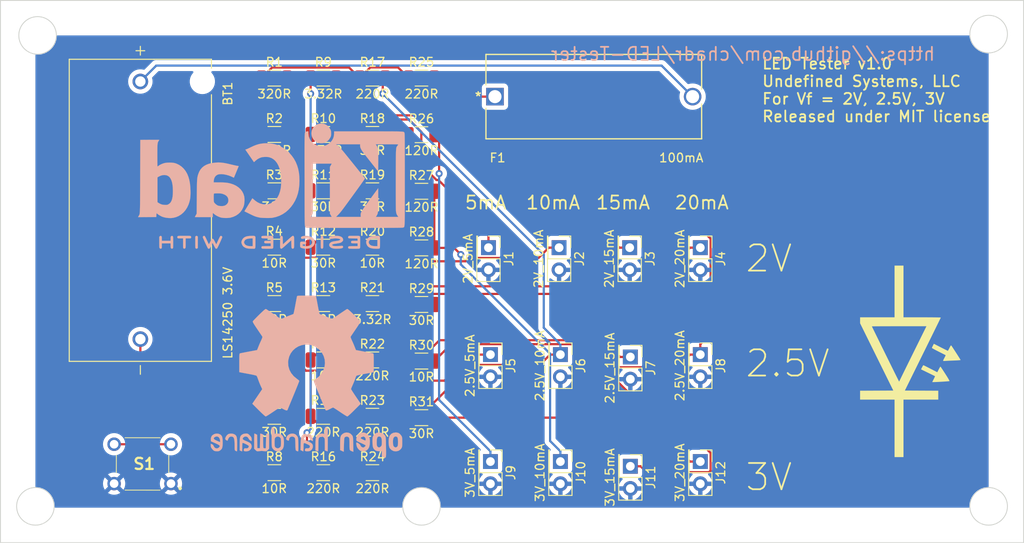
<source format=kicad_pcb>
(kicad_pcb (version 20221018) (generator pcbnew)
  (layers (0 "F.Cu" signal) (31 "B.Cu" signal) (34 "B.Paste" user) (35 "F.Paste" user) (36 "B.SilkS" user "B.Silkscreen") (37 "F.SilkS" user "F.Silkscreen") (38 "B.Mask" user) (39 "F.Mask" user) (44 "Edge.Cuts" user))
  (net 0 "")
  (net 1 "Net-(BT1-PadP)")
  (net 2 "Net-(S1-NO_1)")
  (net 3 "VCC")
  (net 4 "Net-(J1-Pin_1)")
  (net 5 "GND")
  (net 6 "Net-(J2-Pin_1)")
  (net 7 "Net-(J3-Pin_1)")
  (net 8 "Net-(J4-Pin_1)")
  (net 9 "Net-(J5-Pin_1)")
  (net 10 "Net-(J6-Pin_1)")
  (net 11 "Net-(J7-Pin_1)")
  (net 12 "Net-(J8-Pin_1)")
  (net 13 "Net-(J9-Pin_1)")
  (net 14 "Net-(J10-Pin_1)")
  (net 15 "Net-(J11-Pin_1)")
  (net 16 "Net-(J12-Pin_1)")
  (net 17 "Net-(R2-Pad2)")
  (net 18 "Net-(R3-Pad2)")
  (net 19 "Net-(R5-Pad2)")
  (net 20 "Net-(R6-Pad2)")
  (net 21 "Net-(R7-Pad2)")
  (net 22 "Net-(R8-Pad2)")
  (net 23 "Net-(R10-Pad1)")
  (net 24 "Net-(R11-Pad2)")
  (net 25 "Net-(R12-Pad2)")
  (net 26 "Net-(R13-Pad2)")
  (net 27 "Net-(R18-Pad2)")
  (net 28 "Net-(R19-Pad2)")
  (net 29 "Net-(R20-Pad2)")
  (net 30 "Net-(R29-Pad2)")
  (footprint "Connector_PinHeader_2.54mm:PinHeader_2x01_P2.54mm_Vertical" (layer "F.Cu") (at 153.03 85.27 -90)
    (fp_text reference "J4" (at 1.27 -2.33 90) (layer "F.SilkS"))
    (fp_text value "2V_20mA" (at 1.27 2.33 90) (layer "F.SilkS"))
    (pad "1" thru_hole rect (at 0 0 270) (size 1.7 1.7) (drill 1) (layers "*.Cu" "*.Mask") (net 8 "Net-(J4-Pin_1)"))
    (pad "2" thru_hole oval (at 2.54 0 270) (size 1.7 1.7) (drill 1) (layers "*.Cu" "*.Mask") (net 5 "GND"))
  )
  (footprint "Resistor_SMD:R_1206_3216Metric" (layer "F.Cu") (at 121.1475 98.2383)
    (fp_text reference "R30" (at 0 -1.82) (layer "F.SilkS"))
    (fp_text value "10R" (at 0 1.82) (layer "F.SilkS"))
    (pad "1" smd roundrect (at -1.4625 0) (size 1.125 1.75) (layers "F.Cu" "F.Paste" "F.Mask") (roundrect_rratio 0.2222222222) (net 30 "Net-(R29-Pad2)"))
    (pad "2" smd roundrect (at 1.4625 0) (size 1.125 1.75) (layers "F.Cu" "F.Paste" "F.Mask") (roundrect_rratio 0.2222222222) (net 15 "Net-(J11-Pin_1)"))
  )
  (footprint "Resistor_SMD:R_1206_3216Metric" (layer "F.Cu") (at 109.9275 98.1086)
    (fp_text reference "R14" (at 0 -1.82) (layer "F.SilkS"))
    (fp_text value "10R" (at 0 1.82) (layer "F.SilkS"))
    (pad "1" smd roundrect (at -1.4625 0) (size 1.125 1.75) (layers "F.Cu" "F.Paste" "F.Mask") (roundrect_rratio 0.2222222222) (net 26 "Net-(R13-Pad2)"))
    (pad "2" smd roundrect (at 1.4625 0) (size 1.125 1.75) (layers "F.Cu" "F.Paste" "F.Mask") (roundrect_rratio 0.2222222222) (net 8 "Net-(J4-Pin_1)"))
  )
  (footprint "Connector_PinHeader_2.54mm:PinHeader_2x01_P2.54mm_Vertical" (layer "F.Cu") (at 137.03 109.73 -90)
    (fp_text reference "J10" (at 1.27 -2.33 90) (layer "F.SilkS"))
    (fp_text value "3V_10mA" (at 1.27 2.33 90) (layer "F.SilkS"))
    (pad "1" thru_hole rect (at 0 0 270) (size 1.7 1.7) (drill 1) (layers "*.Cu" "*.Mask") (net 14 "Net-(J10-Pin_1)"))
    (pad "2" thru_hole oval (at 2.54 0 270) (size 1.7 1.7) (drill 1) (layers "*.Cu" "*.Mask") (net 5 "GND"))
  )
  (footprint "Resistor_SMD:R_1206_3216Metric" (layer "F.Cu") (at 104.3175 111)
    (fp_text reference "R8" (at 0 -1.82) (layer "F.SilkS"))
    (fp_text value "10R" (at 0 1.82) (layer "F.SilkS"))
    (pad "1" smd roundrect (at -1.4625 0) (size 1.125 1.75) (layers "F.Cu" "F.Paste" "F.Mask") (roundrect_rratio 0.2222222222) (net 21 "Net-(R7-Pad2)"))
    (pad "2" smd roundrect (at 1.4625 0) (size 1.125 1.75) (layers "F.Cu" "F.Paste" "F.Mask") (roundrect_rratio 0.2222222222) (net 22 "Net-(R8-Pad2)"))
  )
  (footprint "Resistor_SMD:R_1206_3216Metric" (layer "F.Cu") (at 115.5375 85.2171)
    (fp_text reference "R20" (at 0 -1.82) (layer "F.SilkS"))
    (fp_text value "10R" (at 0 1.82) (layer "F.SilkS"))
    (pad "1" smd roundrect (at -1.4625 0) (size 1.125 1.75) (layers "F.Cu" "F.Paste" "F.Mask") (roundrect_rratio 0.2222222222) (net 28 "Net-(R19-Pad2)"))
    (pad "2" smd roundrect (at 1.4625 0) (size 1.125 1.75) (layers "F.Cu" "F.Paste" "F.Mask") (roundrect_rratio 0.2222222222) (net 29 "Net-(R20-Pad2)"))
  )
  (footprint "Resistor_SMD:R_1206_3216Metric" (layer "F.Cu") (at 109.9275 111)
    (fp_text reference "R16" (at 0 -1.82) (layer "F.SilkS"))
    (fp_text value "220R" (at 0 1.82) (layer "F.SilkS"))
    (pad "1" smd roundrect (at -1.4625 0) (size 1.125 1.75) (layers "F.Cu" "F.Paste" "F.Mask") (roundrect_rratio 0.2222222222) (net 3 "VCC"))
    (pad "2" smd roundrect (at 1.4625 0) (size 1.125 1.75) (layers "F.Cu" "F.Paste" "F.Mask") (roundrect_rratio 0.2222222222) (net 10 "Net-(J6-Pin_1)"))
  )
  (footprint "Resistor_SMD:R_1206_3216Metric" (layer "F.Cu") (at 121.1475 65.88)
    (fp_text reference "R25" (at 0 -1.82) (layer "F.SilkS"))
    (fp_text value "220R" (at 0 1.82) (layer "F.SilkS"))
    (pad "1" smd roundrect (at -1.4625 0) (size 1.125 1.75) (layers "F.Cu" "F.Paste" "F.Mask") (roundrect_rratio 0.2222222222) (net 3 "VCC"))
    (pad "2" smd roundrect (at 1.4625 0) (size 1.125 1.75) (layers "F.Cu" "F.Paste" "F.Mask") (roundrect_rratio 0.2222222222) (net 12 "Net-(J8-Pin_1)"))
  )
  (footprint "Resistor_SMD:R_1206_3216Metric" (layer "F.Cu") (at 104.3175 98.1086)
    (fp_text reference "R6" (at 0 -1.82) (layer "F.SilkS"))
    (fp_text value "30R" (at 0 1.82) (layer "F.SilkS"))
    (pad "1" smd roundrect (at -1.4625 0) (size 1.125 1.75) (layers "F.Cu" "F.Paste" "F.Mask") (roundrect_rratio 0.2222222222) (net 19 "Net-(R5-Pad2)"))
    (pad "2" smd roundrect (at 1.4625 0) (size 1.125 1.75) (layers "F.Cu" "F.Paste" "F.Mask") (roundrect_rratio 0.2222222222) (net 20 "Net-(R6-Pad2)"))
  )
  (footprint "Connector_PinHeader_2.54mm:PinHeader_2x01_P2.54mm_Vertical" (layer "F.Cu") (at 136.88 85.27 -90)
    (fp_text reference "J2" (at 1.27 -2.33 90) (layer "F.SilkS"))
    (fp_text value "2V_10mA" (at 1.27 2.33 90) (layer "F.SilkS"))
    (pad "1" thru_hole rect (at 0 0 270) (size 1.7 1.7) (drill 1) (layers "*.Cu" "*.Mask") (net 6 "Net-(J2-Pin_1)"))
    (pad "2" thru_hole oval (at 2.54 0 270) (size 1.7 1.7) (drill 1) (layers "*.Cu" "*.Mask") (net 5 "GND"))
  )
  (footprint "Resistor_SMD:R_1206_3216Metric" (layer "F.Cu") (at 115.5375 98.1086)
    (fp_text reference "R22" (at 0 -1.82) (layer "F.SilkS"))
    (fp_text value "220R" (at 0 1.82) (layer "F.SilkS"))
    (pad "1" smd roundrect (at -1.4625 0) (size 1.125 1.75) (layers "F.Cu" "F.Paste" "F.Mask") (roundrect_rratio 0.2222222222) (net 3 "VCC"))
    (pad "2" smd roundrect (at 1.4625 0) (size 1.125 1.75) (layers "F.Cu" "F.Paste" "F.Mask") (roundrect_rratio 0.2222222222) (net 12 "Net-(J8-Pin_1)"))
  )
  (footprint "Resistor_SMD:R_1206_3216Metric" (layer "F.Cu") (at 115.5375 111)
    (fp_text reference "R24" (at 0 -1.82) (layer "F.SilkS"))
    (fp_text value "220R" (at 0 1.82) (layer "F.SilkS"))
    (pad "1" smd roundrect (at -1.4625 0) (size 1.125 1.75) (layers "F.Cu" "F.Paste" "F.Mask") (roundrect_rratio 0.2222222222) (net 3 "VCC"))
    (pad "2" smd roundrect (at 1.4625 0) (size 1.125 1.75) (layers "F.Cu" "F.Paste" "F.Mask") (roundrect_rratio 0.2222222222) (net 12 "Net-(J8-Pin_1)"))
  )
  (footprint "Connector_PinHeader_2.54mm:PinHeader_2x01_P2.54mm_Vertical" (layer "F.Cu") (at 129.03 109.73 -90)
    (fp_text reference "J9" (at 1.27 -2.33 90) (layer "F.SilkS"))
    (fp_text value "3V_5mA" (at 1.27 2.33 90) (layer "F.SilkS"))
    (pad "1" thru_hole rect (at 0 0 270) (size 1.7 1.7) (drill 1) (layers "*.Cu" "*.Mask") (net 13 "Net-(J9-Pin_1)"))
    (pad "2" thru_hole oval (at 2.54 0 270) (size 1.7 1.7) (drill 1) (layers "*.Cu" "*.Mask") (net 5 "GND"))
  )
  (footprint "Resistor_SMD:R_1206_3216Metric" (layer "F.Cu") (at 104.3175 85.2171)
    (fp_text reference "R4" (at 0 -1.82) (layer "F.SilkS"))
    (fp_text value "10R" (at 0 1.82) (layer "F.SilkS"))
    (pad "1" smd roundrect (at -1.4625 0) (size 1.125 1.75) (layers "F.Cu" "F.Paste" "F.Mask") (roundrect_rratio 0.2222222222) (net 18 "Net-(R3-Pad2)"))
    (pad "2" smd roundrect (at 1.4625 0) (size 1.125 1.75) (layers "F.Cu" "F.Paste" "F.Mask") (roundrect_rratio 0.2222222222) (net 6 "Net-(J2-Pin_1)"))
  )
  (footprint "Resistor_SMD:R_1206_3216Metric" (layer "F.Cu") (at 115.5375 91.6629)
    (fp_text reference "R21" (at 0 -1.82) (layer "F.SilkS"))
    (fp_text value "3.32R" (at 0 1.82) (layer "F.SilkS"))
    (pad "1" smd roundrect (at -1.4625 0) (size 1.125 1.75) (layers "F.Cu" "F.Paste" "F.Mask") (roundrect_rratio 0.2222222222) (net 29 "Net-(R20-Pad2)"))
    (pad "2" smd roundrect (at 1.4625 0) (size 1.125 1.75) (layers "F.Cu" "F.Paste" "F.Mask") (roundrect_rratio 0.2222222222) (net 11 "Net-(J7-Pin_1)"))
  )
  (footprint "Resistor_SMD:R_1206_3216Metric" (layer "F.Cu") (at 115.5375 72.3257)
    (fp_text reference "R18" (at 0 -1.82) (layer "F.SilkS"))
    (fp_text value "30R" (at 0 1.82) (layer "F.SilkS"))
    (pad "1" smd roundrect (at -1.4625 0) (size 1.125 1.75) (layers "F.Cu" "F.Paste" "F.Mask") (roundrect_rratio 0.2222222222) (net 3 "VCC"))
    (pad "2" smd roundrect (at 1.4625 0) (size 1.125 1.75) (layers "F.Cu" "F.Paste" "F.Mask") (roundrect_rratio 0.2222222222) (net 27 "Net-(R18-Pad2)"))
  )
  (footprint "Resistor_SMD:R_1206_3216Metric" (layer "F.Cu") (at 115.5375 78.7714)
    (fp_text reference "R19" (at 0 -1.82) (layer "F.SilkS"))
    (fp_text value "30R" (at 0 1.82) (layer "F.SilkS"))
    (pad "1" smd roundrect (at -1.4625 0) (size 1.125 1.75) (layers "F.Cu" "F.Paste" "F.Mask") (roundrect_rratio 0.2222222222) (net 27 "Net-(R18-Pad2)"))
    (pad "2" smd roundrect (at 1.4625 0) (size 1.125 1.75) (layers "F.Cu" "F.Paste" "F.Mask") (roundrect_rratio 0.2222222222) (net 28 "Net-(R19-Pad2)"))
  )
  (footprint "Resistor_SMD:R_1206_3216Metric" (layer "F.Cu") (at 104.3175 78.7714)
    (fp_text reference "R3" (at 0 -1.82) (layer "F.SilkS"))
    (fp_text value "30R" (at 0 1.82) (layer "F.SilkS"))
    (pad "1" smd roundrect (at -1.4625 0) (size 1.125 1.75) (layers "F.Cu" "F.Paste" "F.Mask") (roundrect_rratio 0.2222222222) (net 17 "Net-(R2-Pad2)"))
    (pad "2" smd roundrect (at 1.4625 0) (size 1.125 1.75) (layers "F.Cu" "F.Paste" "F.Mask") (roundrect_rratio 0.2222222222) (net 18 "Net-(R3-Pad2)"))
  )
  (footprint "Resistor_SMD:R_1206_3216Metric" (layer "F.Cu") (at 121.1475 91.7667)
    (fp_text reference "R29" (at 0 -1.82) (layer "F.SilkS"))
    (fp_text value "30R" (at 0 1.82) (layer "F.SilkS"))
    (pad "1" smd roundrect (at -1.4625 0) (size 1.125 1.75) (layers "F.Cu" "F.Paste" "F.Mask") (roundrect_rratio 0.2222222222) (net 3 "VCC"))
    (pad "2" smd roundrect (at 1.4625 0) (size 1.125 1.75) (layers "F.Cu" "F.Paste" "F.Mask") (roundrect_rratio 0.2222222222) (net 30 "Net-(R29-Pad2)"))
  )
  (footprint "Resistor_SMD:R_1206_3216Metric" (layer "F.Cu") (at 115.5375 65.88)
    (fp_text reference "R17" (at 0 -1.82) (layer "F.SilkS"))
    (fp_text value "220R" (at 0 1.82) (layer "F.SilkS"))
    (pad "1" smd roundrect (at -1.4625 0) (size 1.125 1.75) (layers "F.Cu" "F.Paste" "F.Mask") (roundrect_rratio 0.2222222222) (net 3 "VCC"))
    (pad "2" smd roundrect (at 1.4625 0) (size 1.125 1.75) (layers "F.Cu" "F.Paste" "F.Mask") (roundrect_rratio 0.2222222222) (net 10 "Net-(J6-Pin_1)"))
  )
  (footprint "Connector_PinHeader_2.54mm:PinHeader_2x01_P2.54mm_Vertical" (layer "F.Cu") (at 129.03 97.5 -90)
    (fp_text reference "J5" (at 1.27 -2.33 90) (layer "F.SilkS"))
    (fp_text value "2.5V_5mA" (at 1.27 2.33 90) (layer "F.SilkS"))
    (pad "1" thru_hole rect (at 0 0 270) (size 1.7 1.7) (drill 1) (layers "*.Cu" "*.Mask") (net 9 "Net-(J5-Pin_1)"))
    (pad "2" thru_hole oval (at 2.54 0 270) (size 1.7 1.7) (drill 1) (layers "*.Cu" "*.Mask") (net 5 "GND"))
  )
  (footprint "Resistor_SMD:R_1206_3216Metric" (layer "F.Cu") (at 109.9275 85.2171)
    (fp_text reference "R12" (at 0 -1.82) (layer "F.SilkS"))
    (fp_text value "30R" (at 0 1.82) (layer "F.SilkS"))
    (pad "1" smd roundrect (at -1.4625 0) (size 1.125 1.75) (layers "F.Cu" "F.Paste" "F.Mask") (roundrect_rratio 0.2222222222) (net 24 "Net-(R11-Pad2)"))
    (pad "2" smd roundrect (at 1.4625 0) (size 1.125 1.75) (layers "F.Cu" "F.Paste" "F.Mask") (roundrect_rratio 0.2222222222) (net 25 "Net-(R12-Pad2)"))
  )
  (footprint "Connector_PinHeader_2.54mm:PinHeader_2x01_P2.54mm_Vertical" (layer "F.Cu") (at 137.03 97.5 -90)
    (fp_text reference "J6" (at 1.27 -2.33 90) (layer "F.SilkS"))
    (fp_text value "2.5V_10mA" (at 1.27 2.33 90) (layer "F.SilkS"))
    (pad "1" thru_hole rect (at 0 0 270) (size 1.7 1.7) (drill 1) (layers "*.Cu" "*.Mask") (net 10 "Net-(J6-Pin_1)"))
    (pad "2" thru_hole oval (at 2.54 0 270) (size 1.7 1.7) (drill 1) (layers "*.Cu" "*.Mask") (net 5 "GND"))
  )
  (footprint "Resistor_SMD:R_1206_3216Metric" (layer "F.Cu") (at 109.9275 78.7714)
    (fp_text reference "R11" (at 0 -1.82) (layer "F.SilkS"))
    (fp_text value "30R" (at 0 1.82) (layer "F.SilkS"))
    (pad "1" smd roundrect (at -1.4625 0) (size 1.125 1.75) (layers "F.Cu" "F.Paste" "F.Mask") (roundrect_rratio 0.2222222222) (net 3 "VCC"))
    (pad "2" smd roundrect (at 1.4625 0) (size 1.125 1.75) (layers "F.Cu" "F.Paste" "F.Mask") (roundrect_rratio 0.2222222222) (net 24 "Net-(R11-Pad2)"))
  )
  (footprint "Resistor_SMD:R_1206_3216Metric" (layer "F.Cu") (at 104.3175 104.5543)
    (fp_text reference "R7" (at 0 -1.82) (layer "F.SilkS"))
    (fp_text value "30R" (at 0 1.82) (layer "F.SilkS"))
    (pad "1" smd roundrect (at -1.4625 0) (size 1.125 1.75) (layers "F.Cu" "F.Paste" "F.Mask") (roundrect_rratio 0.2222222222) (net 20 "Net-(R6-Pad2)"))
    (pad "2" smd roundrect (at 1.4625 0) (size 1.125 1.75) (layers "F.Cu" "F.Paste" "F.Mask") (roundrect_rratio 0.2222222222) (net 21 "Net-(R7-Pad2)"))
  )
  (footprint "Connector_PinHeader_2.54mm:PinHeader_2x01_P2.54mm_Vertical" (layer "F.Cu") (at 144.955 85.27 -90)
    (fp_text reference "J3" (at 1.27 -2.33 90) (layer "F.SilkS"))
    (fp_text value "2V_15mA" (at 1.27 2.33 90) (layer "F.SilkS"))
    (pad "1" thru_hole rect (at 0 0 270) (size 1.7 1.7) (drill 1) (layers "*.Cu" "*.Mask") (net 7 "Net-(J3-Pin_1)"))
    (pad "2" thru_hole oval (at 2.54 0 270) (size 1.7 1.7) (drill 1) (layers "*.Cu" "*.Mask") (net 5 "GND"))
  )
  (footprint "Resistor_SMD:R_1206_3216Metric" (layer "F.Cu") (at 121.1475 78.8233)
    (fp_text reference "R27" (at 0 -1.82) (layer "F.SilkS"))
    (fp_text value "120R" (at 0 1.82) (layer "F.SilkS"))
    (pad "1" smd roundrect (at -1.4625 0) (size 1.125 1.75) (layers "F.Cu" "F.Paste" "F.Mask") (roundrect_rratio 0.2222222222) (net 3 "VCC"))
    (pad "2" smd roundrect (at 1.4625 0) (size 1.125 1.75) (layers "F.Cu" "F.Paste" "F.Mask") (roundrect_rratio 0.2222222222) (net 14 "Net-(J10-Pin_1)"))
  )
  (footprint "Resistor_SMD:R_1206_3216Metric" (layer "F.Cu") (at 115.5375 104.5543)
    (fp_text reference "R23" (at 0 -1.82) (layer "F.SilkS"))
    (fp_text value "220R" (at 0 1.82) (layer "F.SilkS"))
    (pad "1" smd roundrect (at -1.4625 0) (size 1.125 1.75) (layers "F.Cu" "F.Paste" "F.Mask") (roundrect_rratio 0.2222222222) (net 3 "VCC"))
    (pad "2" smd roundrect (at 1.4625 0) (size 1.125 1.75) (layers "F.Cu" "F.Paste" "F.Mask") (roundrect_rratio 0.2222222222) (net 12 "Net-(J8-Pin_1)"))
  )
  (footprint "Resistor_SMD:R_1206_3216Metric" (layer "F.Cu") (at 121.1475 104.71)
    (fp_text reference "R31" (at 0 -1.82) (layer "F.SilkS"))
    (fp_text value "30R" (at 0 1.82) (layer "F.SilkS"))
    (pad "1" smd roundrect (at -1.4625 0) (size 1.125 1.75) (layers "F.Cu" "F.Paste" "F.Mask") (roundrect_rratio 0.2222222222) (net 3 "VCC"))
    (pad "2" smd roundrect (at 1.4625 0) (size 1.125 1.75) (layers "F.Cu" "F.Paste" "F.Mask") (roundrect_rratio 0.2222222222) (net 16 "Net-(J12-Pin_1)"))
  )
  (footprint "Resistor_SMD:R_1206_3216Metric" (layer "F.Cu") (at 104.3175 72.3257)
    (fp_text reference "R2" (at 0 -1.82) (layer "F.SilkS"))
    (fp_text value "120R" (at 0 1.82) (layer "F.SilkS"))
    (pad "1" smd roundrect (at -1.4625 0) (size 1.125 1.75) (layers "F.Cu" "F.Paste" "F.Mask") (roundrect_rratio 0.2222222222) (net 3 "VCC"))
    (pad "2" smd roundrect (at 1.4625 0) (size 1.125 1.75) (layers "F.Cu" "F.Paste" "F.Mask") (roundrect_rratio 0.2222222222) (net 17 "Net-(R2-Pad2)"))
  )
  (footprint "Resistor_SMD:R_1206_3216Metric" (layer "F.Cu") (at 121.1475 72.3517)
    (fp_text reference "R26" (at 0 -1.82) (layer "F.SilkS"))
    (fp_text value "120R" (at 0 1.82) (layer "F.SilkS"))
    (pad "1" smd roundrect (at -1.4625 0) (size 1.125 1.75) (layers "F.Cu" "F.Paste" "F.Mask") (roundrect_rratio 0.2222222222) (net 3 "VCC"))
    (pad "2" smd roundrect (at 1.4625 0) (size 1.125 1.75) (layers "F.Cu" "F.Paste" "F.Mask") (roundrect_rratio 0.2222222222) (net 13 "Net-(J9-Pin_1)"))
  )
  (footprint "Resistor_SMD:R_1206_3216Metric" (layer "F.Cu") (at 109.9275 72.3257)
    (fp_text reference "R10" (at 0 -1.82) (layer "F.SilkS"))
    (fp_text value "3.32R" (at 0 1.82) (layer "F.SilkS"))
    (pad "1" smd roundrect (at -1.4625 0) (size 1.125 1.75) (layers "F.Cu" "F.Paste" "F.Mask") (roundrect_rratio 0.2222222222) (net 23 "Net-(R10-Pad1)"))
    (pad "2" smd roundrect (at 1.4625 0) (size 1.125 1.75) (layers "F.Cu" "F.Paste" "F.Mask") (roundrect_rratio 0.2222222222) (net 7 "Net-(J3-Pin_1)"))
  )
  (footprint "footprints:FUSE_0PTF0078P_LTF" (layer "F.Cu") (at 129.55 68)
    (fp_text reference "F1" (at 0.3 7 unlocked) (layer "F.SilkS"))
    (fp_text value "100mA" (at 21.3 7 unlocked) (layer "F.SilkS"))
    (fp_text user "*" (at -1.9207 0 unlocked) (layer "F.SilkS"))
    (fp_text user "*" (at -1.9207 0) (layer "F.SilkS"))
    (pad "1" thru_hole rect (at 0 0) (size 2.0066 2.0066) (drill 1.4986) (layers "*.Cu" "*.Mask") (net 3 "VCC"))
    (pad "2" thru_hole circle (at 22.6 0) (size 2.0066 2.0066) (drill 1.4986) (layers "*.Cu" "*.Mask") (net 1 "Net-(BT1-PadP)"))
  )
  (footprint "KiCad:FSM6JH" (layer "F.Cu") (at 92.5 112.25)
    (fp_text reference "S1" (at -3.06 -2.25) (layer "F.SilkS") (effects (font (size 1.27 1.27) (thickness 0.254))))
    (fp_text value "Test" hide)
    (pad "1" thru_hole circle (at 0 0) (size 1.54 1.54) (drill 0.99) (layers "*.Cu" "*.Mask") (net 5 "GND"))
    (pad "2" thru_hole circle (at -6.5 0) (size 1.54 1.54) (drill 0.99) (layers "*.Cu" "*.Mask") (net 5 "GND"))
    (pad "3" thru_hole circle (at 0 -4.5) (size 1.54 1.54) (drill 0.99) (layers "*.Cu" "*.Mask") (net 2 "Net-(S1-NO_1)"))
    (pad "4" thru_hole circle (at -6.5 -4.5) (size 1.54 1.54) (drill 0.99) (layers "*.Cu" "*.Mask") (net 2 "Net-(S1-NO_1)"))
  )
  (footprint "Resistor_SMD:R_1206_3216Metric" (layer "F.Cu") (at 104.3175 91.6629)
    (fp_text reference "R5" (at 0 -1.82) (layer "F.SilkS"))
    (fp_text value "30R" (at 0 1.82) (layer "F.SilkS"))
    (pad "1" smd roundrect (at -1.4625 0) (size 1.125 1.75) (layers "F.Cu" "F.Paste" "F.Mask") (roundrect_rratio 0.2222222222) (net 3 "VCC"))
    (pad "2" smd roundrect (at 1.4625 0) (size 1.125 1.75) (layers "F.Cu" "F.Paste" "F.Mask") (roundrect_rratio 0.2222222222) (net 19 "Net-(R5-Pad2)"))
  )
  (footprint "Connector_PinHeader_2.54mm:PinHeader_2x01_P2.54mm_Vertical" (layer "F.Cu") (at 153.03 97.5 -90)
    (fp_text reference "J8" (at 1.27 -2.33 90) (layer "F.SilkS"))
    (fp_text value "2.5V_20mA" (at 1.27 2.33 90) (layer "F.SilkS"))
    (pad "1" thru_hole rect (at 0 0 270) (size 1.7 1.7) (drill 1) (layers "*.Cu" "*.Mask") (net 12 "Net-(J8-Pin_1)"))
    (pad "2" thru_hole oval (at 2.54 0 270) (size 1.7 1.7) (drill 1) (layers "*.Cu" "*.Mask") (net 5 "GND"))
  )
  (footprint "Connector_PinHeader_2.54mm:PinHeader_2x01_P2.54mm_Vertical" (layer "F.Cu") (at 128.805 85.27 -90)
    (fp_text reference "J1" (at 1.27 -2.33 90) (layer "F.SilkS"))
    (fp_text value "2V_5mA" (at 1.27 2.33 90) (layer "F.SilkS"))
    (pad "1" thru_hole rect (at 0 0 270) (size 1.7 1.7) (drill 1) (layers "*.Cu" "*.Mask") (net 4 "Net-(J1-Pin_1)"))
    (pad "2" thru_hole oval (at 2.54 0 270) (size 1.7 1.7) (drill 1) (layers "*.Cu" "*.Mask") (net 5 "GND"))
  )
  (footprint "Resistor_SMD:R_1206_3216Metric" (layer "F.Cu") (at 109.9275 104.5543)
    (fp_text reference "R15" (at 0 -1.82) (layer "F.SilkS"))
    (fp_text value "220R" (at 0 1.82) (layer "F.SilkS"))
    (pad "1" smd roundrect (at -1.4625 0) (size 1.125 1.75) (layers "F.Cu" "F.Paste" "F.Mask") (roundrect_rratio 0.2222222222) (net 3 "VCC"))
    (pad "2" smd roundrect (at 1.4625 0) (size 1.125 1.75) (layers "F.Cu" "F.Paste" "F.Mask") (roundrect_rratio 0.2222222222) (net 9 "Net-(J5-Pin_1)"))
  )
  (footprint "LOGO" (layer "F.Cu") (at 177.03 98.27)
    (fp_text reference "G***" hide)
    (fp_text value "LOGO" hide)
  )
  (footprint "Connector_PinHeader_2.54mm:PinHeader_2x01_P2.54mm_Vertical" (layer "F.Cu") (at 153.03 109.73 -90)
    (fp_text reference "J12" (at 1.27 -2.33 90) (layer "F.SilkS"))
    (fp_text value "3V_20mA" (at 1.27 2.33 90) (layer "F.SilkS"))
    (pad "1" thru_hole rect (at 0 0 270) (size 1.7 1.7) (drill 1) (layers "*.Cu" "*.Mask") (net 16 "Net-(J12-Pin_1)"))
    (pad "2" thru_hole oval (at 2.54 0 270) (size 1.7 1.7) (drill 1) (layers "*.Cu" "*.Mask") (net 5 "GND"))
  )
  (footprint "Connector_PinHeader_2.54mm:PinHeader_2x01_P2.54mm_Vertical" (layer "F.Cu") (at 145.03 97.77 -90)
    (fp_text reference "J7" (at 1.27 -2.33 90) (layer "F.SilkS"))
    (fp_text value "2.5V_15mA" (at 1.27 2.33 90) (layer "F.SilkS"))
    (pad "1" thru_hole rect (at 0 0 270) (size 1.7 1.7) (drill 1) (layers "*.Cu" "*.Mask") (net 11 "Net-(J7-Pin_1)"))
    (pad "2" thru_hole oval (at 2.54 0 270) (size 1.7 1.7) (drill 1) (layers "*.Cu" "*.Mask") (net 5 "GND"))
  )
  (footprint "Resistor_SMD:R_1206_3216Metric" (layer "F.Cu") (at 109.9275 65.88)
    (fp_text reference "R9" (at 0 -1.82) (layer "F.SilkS"))
    (fp_text value "3.32R" (at 0 1.82) (layer "F.SilkS"))
    (pad "1" smd roundrect (at -1.4625 0) (size 1.125 1.75) (layers "F.Cu" "F.Paste" "F.Mask") (roundrect_rratio 0.2222222222) (net 22 "Net-(R8-Pad2)"))
    (pad "2" smd roundrect (at 1.4625 0) (size 1.125 1.75) (layers "F.Cu" "F.Paste" "F.Mask") (roundrect_rratio 0.2222222222) (net 23 "Net-(R10-Pad1)"))
  )
  (footprint "Resistor_SMD:R_1206_3216Metric" (layer "F.Cu") (at 104.3175 65.88)
    (fp_text reference "R1" (at 0 -1.82) (layer "F.SilkS"))
    (fp_text value "320R" (at 0 1.82) (layer "F.SilkS"))
    (pad "1" smd roundrect (at -1.4625 0) (size 1.125 1.75) (layers "F.Cu" "F.Paste" "F.Mask") (roundrect_rratio 0.2222222222) (net 3 "VCC"))
    (pad "2" smd roundrect (at 1.4625 0) (size 1.125 1.75) (layers "F.Cu" "F.Paste" "F.Mask") (roundrect_rratio 0.2222222222) (net 4 "Net-(J1-Pin_1)"))
  )
  (footprint "Resistor_SMD:R_1206_3216Metric" (layer "F.Cu") (at 121.1475 85.295)
    (fp_text reference "R28" (at 0 -1.82) (layer "F.SilkS"))
    (fp_text value "120R" (at 0 1.82) (layer "F.SilkS"))
    (pad "1" smd roundrect (at -1.4625 0) (size 1.125 1.75) (layers "F.Cu" "F.Paste" "F.Mask") (roundrect_rratio 0.2222222222) (net 3 "VCC"))
    (pad "2" smd roundrect (at 1.4625 0) (size 1.125 1.75) (layers "F.Cu" "F.Paste" "F.Mask") (roundrect_rratio 0.2222222222) (net 14 "Net-(J10-Pin_1)"))
  )
  (footprint "Resistor_SMD:R_1206_3216Metric" (layer "F.Cu") (at 109.9275 91.6629)
    (fp_text reference "R13" (at 0 -1.82) (layer "F.SilkS"))
    (fp_text value "10R" (at 0 1.82) (layer "F.SilkS"))
    (pad "1" smd roundrect (at -1.4625 0) (size 1.125 1.75) (layers "F.Cu" "F.Paste" "F.Mask") (roundrect_rratio 0.2222222222) (net 25 "Net-(R12-Pad2)"))
    (pad "2" smd roundrect (at 1.4625 0) (size 1.125 1.75) (layers "F.Cu" "F.Paste" "F.Mask") (roundrect_rratio 0.2222222222) (net 26 "Net-(R13-Pad2)"))
  )
  (footprint "Connector_PinHeader_2.54mm:PinHeader_2x01_P2.54mm_Vertical" (layer "F.Cu") (at 145.03 110.27 -90)
    (fp_text reference "J11" (at 1.27 -2.33 90) (layer "F.SilkS"))
    (fp_text value "3V_15mA" (at 1.27 2.33 90) (layer "F.SilkS"))
    (pad "1" thru_hole rect (at 0 0 270) (size 1.7 1.7) (drill 1) (layers "*.Cu" "*.Mask") (net 15 "Net-(J11-Pin_1)"))
    (pad "2" thru_hole oval (at 2.54 0 270) (size 1.7 1.7) (drill 1) (layers "*.Cu" "*.Mask") (net 5 "GND"))
  )
  (footprint "108 Battery Holder:BAT_108" (layer "F.Cu") (at 89 81 -90)
    (fp_text reference "BT1" (at -13.335 -10 90) (layer "F.SilkS"))
    (fp_text value "LS14250 3.6V" (at 11.73 -10 90) (layer "F.SilkS"))
    (pad "" np_thru_hole circle (at -14.73 -7.09 270) (size 2.38 2.38) (drill 2.38) (layers "*.Cu" "*.Mask"))
    (pad "N" thru_hole circle (at 14.73 0 270) (size 1.785 1.785) (drill 1.19) (layers "*.Cu" "*.Mask") (net 2 "Net-(S1-NO_1)"))
    (pad "P" thru_hole circle (at -14.73 0 270) (size 1.785 1.785) (drill 1.19) (layers "*.Cu" "*.Mask") (net 1 "Net-(BT1-PadP)"))
  )
  (footprint "Symbol:KiCad-Logo2_12mm_SilkScreen" (layer "B.Cu") (at 104 77 180)
    (fp_text reference "Logo1" hide)
    (fp_text value "KiCad-Logo2_12mm_SilkScreen" hide)
  )
  (footprint "Symbol:OSHW-Logo2_24.3x20mm_SilkScreen" (layer "B.Cu") (at 108 100 180)
    (fp_text reference "Logo2" hide)
    (fp_text value "OSHW-Logo2_24.3x20mm_SilkScreen" hide)
  )
  (gr_circle (center 77.25 61) (end 79.4 61) (stroke (width 0.1)) (fill none) (layer "Edge.Cuts"))
  (gr_circle (center 121.15 114.85) (end 123.3 114.85) (stroke (width 0.1)) (fill none) (layer "Edge.Cuts"))
  (gr_circle (center 186 114.85) (end 188.15 114.85) (stroke (width 0.1)) (fill none) (layer "Edge.Cuts"))
  (gr_rect (start 73 57) (end 190 119) (stroke (width 0.1)) (fill none) (layer "Edge.Cuts"))
  (gr_circle (center 186 60.85) (end 188.15 60.85) (stroke (width 0.1)) (fill none) (layer "Edge.Cuts"))
  (gr_circle (center 77 114.85) (end 79.15 114.85) (stroke (width 0.1)) (fill none) (layer "Edge.Cuts"))
  (gr_text "https://github.com/chadr/LED-Tester" (at 180 64) (layer "B.SilkS") (effects (font (size 1.5 1.5) (thickness 0.2) bold) (justify left bottom mirror)))
  (gr_text "5mA" (at 126 81) (layer "F.SilkS") (effects (font (size 1.5 1.5) (thickness 0.2) bold) (justify left bottom)))
  (gr_text "2.5V" (at 158.03 100.27) (layer "F.SilkS") (effects (font (size 3 3) (thickness 0.2) bold) (justify left bottom)))
  (gr_text "2V" (at 158.03 88.27) (layer "F.SilkS") (effects (font (size 3 3) (thickness 0.2) bold) (justify left bottom)))
  (gr_text "10mA" (at 133 81) (layer "F.SilkS") (effects (font (size 1.5 1.5) (thickness 0.2) bold) (justify left bottom)))
  (gr_text "20mA" (at 150 81) (layer "F.SilkS") (effects (font (size 1.5 1.5) (thickness 0.2) bold) (justify left bottom)))
  (gr_text "3V" (at 158.03 113.27) (layer "F.SilkS") (effects (font (size 3 3) (thickness 0.2) bold) (justify left bottom)))
  (gr_text "LED Tester v1.0\nUndefined Systems, LLC\nFor Vf = 2V, 2.5V, 3V\nReleased under MIT license" (at 160 71) (layer "F.SilkS") (effects (font (size 1.25 1.25) (thickness 0.2) bold) (justify left bottom)))
  (gr_text "15mA" (at 141 81) (layer "F.SilkS") (effects (font (size 1.5 1.5) (thickness 0.2) bold) (justify left bottom)))
  (segment (start 90.8197 64.4503) (end 148.6003 64.4503) (width 0.25) (layer "B.Cu") (net 1))
  (segment (start 148.6003 64.4503) (end 152.15 68) (width 0.25) (layer "B.Cu") (net 1))
  (segment (start 89 66.27) (end 90.8197 64.4503) (width 0.25) (layer "B.Cu") (net 1))
  (segment (start 89 107.75) (end 92.5 107.75) (width 0.25) (layer "F.Cu") (net 2))
  (segment (start 89 95.73) (end 89 107.75) (width 0.25) (layer "F.Cu") (net 2))
  (segment (start 86 107.75) (end 89 107.75) (width 0.25) (layer "F.Cu") (net 2))
  (segment (start 121.805 68) (end 119.685 65.88) (width 0.25) (layer "F.Cu") (net 3))
  (segment (start 110.1572 106.2465) (end 110.1572 109.3078) (width 0.25) (layer "F.Cu") (net 3))
  (segment (start 119.685 91.7667) (end 114.075 97.3767) (width 0.25) (layer "F.Cu") (net 3))
  (segment (start 114.075 104.5543) (end 112.3828 106.2465) (width 0.25) (layer "F.Cu") (net 3))
  (segment (start 106.3333 71.104) (end 106.7039 71.4746) (width 0.25) (layer "F.Cu") (net 3))
  (segment (start 104.8395 82.3969) (end 104.8395 90.0883) (width 0.25) (layer "F.Cu") (net 3))
  (segment (start 108.465 99.3397) (end 112.8439 99.3397) (width 0.25) (layer "F.Cu") (net 3))
  (segment (start 119.685 78.8233) (end 119.685 85.295) (width 0.25) (layer "F.Cu") (net 3))
  (segment (start 105.9909 90.0883) (end 107.1422 91.2396) (width 0.25) (layer "F.Cu") (net 3))
  (segment (start 115.2836 103.3457) (end 114.075 104.5543) (width 0.25) (layer "F.Cu") (net 3))
  (segment (start 112.8673 64.6723) (end 104.0627 64.6723) (width 0.25) (layer "F.Cu") (net 3))
  (segment (start 104.4296 90.0883) (end 102.855 91.6629) (width 0.25) (layer "F.Cu") (net 3))
  (segment (start 112.8439 99.3397) (end 114.075 98.1086) (width 0.25) (layer "F.Cu") (net 3))
  (segment (start 119.685 72.3517) (end 119.685 78.8233) (width 0.25) (layer "F.Cu") (net 3))
  (segment (start 119.685 65.88) (end 118.4651 64.6601) (width 0.25) (layer "F.Cu") (net 3))
  (segment (start 112.3828 109.3078) (end 114.075 111) (width 0.25) (layer "F.Cu") (net 3))
  (segment (start 108.465 104.5543) (end 110.1572 106.2465) (width 0.25) (layer "F.Cu") (net 3))
  (segment (start 108.465 78.7714) (end 104.8395 82.3969) (width 0.25) (layer "F.Cu") (net 3))
  (segment (start 108.465 74.0001) (end 112.4006 74.0001) (width 0.25) (layer "F.Cu") (net 3))
  (segment (start 104.0627 64.6723) (end 102.855 65.88) (width 0.25) (layer "F.Cu") (net 3))
  (segment (start 118.3207 103.3457) (end 115.2836 103.3457) (width 0.25) (layer "F.Cu") (net 3))
  (segment (start 118.4296 71.0963) (end 119.685 72.3517) (width 0.25) (layer "F.Cu") (net 3))
  (segment (start 114.075 97.3767) (end 114.075 98.1086) (width 0.25) (layer "F.Cu") (net 3))
  (segment (start 106.7039 73.0209) (end 107.6831 74.0001) (width 0.25) (layer "F.Cu") (net 3))
  (segment (start 107.1422 91.2396) (end 107.1422 98.5441) (width 0.25) (layer "F.Cu") (net 3))
  (segment (start 102.855 65.88) (end 102.855 71.104) (width 0.25) (layer "F.Cu") (net 3))
  (segment (start 108.465 111) (end 110.1572 109.3078) (width 0.25) (layer "F.Cu") (net 3))
  (segment (start 115.3044 71.0963) (end 118.4296 71.0963) (width 0.25) (layer "F.Cu") (net 3))
  (segment (start 114.075 72.3257) (end 115.3044 71.0963) (width 0.25) (layer "F.Cu") (net 3))
  (segment (start 106.7039 71.4746) (end 106.7039 73.0209) (width 0.25) (layer "F.Cu") (net 3))
  (segment (start 119.685 104.71) (end 118.3207 103.3457) (width 0.25) (layer "F.Cu") (net 3))
  (segment (start 104.8395 90.0883) (end 105.9909 90.0883) (width 0.25) (layer "F.Cu") (net 3))
  (segment (start 112.3828 106.2465) (end 110.1572 106.2465) (width 0.25) (layer "F.Cu") (net 3))
  (segment (start 107.1422 98.5441) (end 107.9378 99.3397) (width 0.25) (layer "F.Cu") (net 3))
  (segment (start 108.465 104.5543) (end 108.465 99.3397) (width 0.25) (layer "F.Cu") (net 3))
  (segment (start 114.075 65.88) (end 112.8673 64.6723) (width 0.25) (layer "F.Cu") (net 3))
  (segment (start 118.4651 64.6601) (end 115.2949 64.6601) (width 0.25) (layer "F.Cu") (net 3))
  (segment (start 108.465 74.0001) (end 108.465 78.7714) (width 0.25) (layer "F.Cu") (net 3))
  (segment (start 115.2949 64.6601) (end 114.075 65.88) (width 0.25) (layer "F.Cu") (net 3))
  (segment (start 112.4006 74.0001) (end 114.075 72.3257) (width 0.25) (layer "F.Cu") (net 3))
  (segment (start 102.855 71.104) (end 102.855 72.3257) (width 0.25) (layer "F.Cu") (net 3))
  (segment (start 107.9378 99.3397) (end 108.465 99.3397) (width 0.25) (layer "F.Cu") (net 3))
  (segment (start 107.6831 74.0001) (end 108.465 74.0001) (width 0.25) (layer "F.Cu") (net 3))
  (segment (start 110.1572 109.3078) (end 112.3828 109.3078) (width 0.25) (layer "F.Cu") (net 3))
  (segment (start 104.8395 90.0883) (end 104.4296 90.0883) (width 0.25) (layer "F.Cu") (net 3))
  (segment (start 102.855 71.104) (end 106.3333 71.104) (width 0.25) (layer "F.Cu") (net 3))
  (segment (start 129.55 68) (end 121.805 68) (width 0.25) (layer "F.Cu") (net 3))
  (segment (start 123.082 77.5337) (end 122.86 77.5337) (width 0.25) (layer "F.Cu") (net 4))
  (segment (start 128.805 85.27) (end 128.805 83.2567) (width 0.25) (layer "F.Cu") (net 4))
  (segment (start 114.0281 70.618) (end 113.1508 71.4953) (width 0.25) (layer "F.Cu") (net 4))
  (segment (start 122.86 77.5337) (end 121.1265 75.8002) (width 0.25) (layer "F.Cu") (net 4))
  (segment (start 119.7171 70.618) (end 114.0281 70.618) (width 0.25) (layer "F.Cu") (net 4))
  (segment (start 107.1893 72.8268) (end 107.1893 67.2893) (width 0.25) (layer "F.Cu") (net 4))
  (segment (start 107.8954 73.5329) (end 107.1893 72.8268) (width 0.25) (layer "F.Cu") (net 4))
  (segment (start 121.1265 72.0274) (end 119.7171 70.618) (width 0.25) (layer "F.Cu") (net 4))
  (segment (start 128.805 83.2567) (end 123.082 77.5337) (width 0.25) (layer "F.Cu") (net 4))
  (segment (start 121.1265 75.8002) (end 121.1265 72.0274) (width 0.25) (layer "F.Cu") (net 4))
  (segment (start 107.1893 67.2893) (end 105.78 65.88) (width 0.25) (layer "F.Cu") (net 4))
  (segment (start 113.1508 71.4953) (end 113.1508 72.339) (width 0.25) (layer "F.Cu") (net 4))
  (segment (start 113.1508 72.339) (end 111.9569 73.5329) (width 0.25) (layer "F.Cu") (net 4))
  (segment (start 111.9569 73.5329) (end 107.8954 73.5329) (width 0.25) (layer "F.Cu") (net 4))
  (segment (start 134.5262 86.4469) (end 126.5536 86.4469) (width 0.25) (layer "F.Cu") (net 6))
  (segment (start 112.0197 83.9818) (end 110.8575 83.9818) (width 0.25) (layer "F.Cu") (net 6))
  (segment (start 117.553 84.0072) (end 116.3856 84.0072) (width 0.25) (layer "F.Cu") (net 6))
  (segment (start 116.3856 84.0072) (end 115.5375 84.8553) (width 0.25) (layer "F.Cu") (net 6))
  (segment (start 110.3458 85.1299) (end 109.0557 86.42) (width 0.25) (layer "F.Cu") (net 6))
  (segment (start 135.7031 85.27) (end 134.5262 86.4469) (width 0.25) (layer "F.Cu") (net 6))
  (segment (start 112.7325 84.6946) (end 112.0197 83.9818) (width 0.25) (layer "F.Cu") (net 6))
  (segment (start 115.5375 85.533) (end 114.6505 86.42) (width 0.25) (layer "F.Cu") (net 6))
  (segment (start 110.8575 83.9818) (end 110.3458 84.4935) (width 0.25) (layer "F.Cu") (net 6))
  (segment (start 119.3601 86.8263) (end 118.3036 85.7698) (width 0.25) (layer "F.Cu") (net 6))
  (segment (start 114.6505 86.42) (end 113.4882 86.42) (width 0.25) (layer "F.Cu") (net 6))
  (segment (start 109.0557 86.42) (end 106.9829 86.42) (width 0.25) (layer "F.Cu") (net 6))
  (segment (start 112.7325 85.6643) (end 112.7325 84.6946) (width 0.25) (layer "F.Cu") (net 6))
  (segment (start 113.4882 86.42) (end 112.7325 85.6643) (width 0.25) (layer "F.Cu") (net 6))
  (segment (start 110.3458 84.4935) (end 110.3458 85.1299) (width 0.25) (layer "F.Cu") (net 6))
  (segment (start 106.9829 86.42) (end 105.78 85.2171) (width 0.25) (layer "F.Cu") (net 6))
  (segment (start 136.88 85.27) (end 135.7031 85.27) (width 0.25) (layer "F.Cu") (net 6))
  (segment (start 118.3036 85.7698) (end 118.3036 84.7578) (width 0.25) (layer "F.Cu") (net 6))
  (segment (start 126.1742 86.8263) (end 119.3601 86.8263) (width 0.25) (layer "F.Cu") (net 6))
  (segment (start 115.5375 84.8553) (end 115.5375 85.533) (width 0.25) (layer "F.Cu") (net 6))
  (segment (start 118.3036 84.7578) (end 117.553 84.0072) (width 0.25) (layer "F.Cu") (net 6))
  (segment (start 126.5536 86.4469) (end 126.1742 86.8263) (width 0.25) (layer "F.Cu") (net 6))
  (segment (start 128.6483 70.1402) (end 113.5755 70.1402) (width 0.25) (layer "F.Cu") (net 7))
  (segment (start 113.5755 70.1402) (end 111.39 72.3257) (width 0.25) (layer "F.Cu") (net 7))
  (segment (start 143.7781 85.27) (end 128.6483 70.1402) (width 0.25) (layer "F.Cu") (net 7))
  (segment (start 144.955 85.27) (end 143.7781 85.27) (width 0.25) (layer "F.Cu") (net 7))
  (segment (start 115.6834 91.2077) (end 115.6834 93.8152) (width 0.25) (layer "F.Cu") (net 8))
  (segment (start 151.8531 85.27) (end 147.4359 89.6872) (width 0.25) (layer "F.Cu") (net 8))
  (segment (start 115.6834 93.8152) (end 111.39 98.1086) (width 0.25) (layer "F.Cu") (net 8))
  (segment (start 153.03 85.27) (end 151.8531 85.27) (width 0.25) (layer "F.Cu") (net 8))
  (segment (start 147.4359 89.6872) (end 117.2039 89.6872) (width 0.25) (layer "F.Cu") (net 8))
  (segment (start 117.2039 89.6872) (end 115.6834 91.2077) (width 0.25) (layer "F.Cu") (net 8))
  (segment (start 115.4659 100.4784) (end 123.7648 100.4784) (width 0.25) (layer "F.Cu") (net 9))
  (segment (start 123.7648 100.4784) (end 126.7432 97.5) (width 0.25) (layer "F.Cu") (net 9))
  (segment (start 111.39 104.5543) (end 115.4659 100.4784) (width 0.25) (layer "F.Cu") (net 9))
  (segment (start 126.7432 97.5) (end 129.03 97.5) (width 0.25) (layer "F.Cu") (net 9))
  (segment (start 121.4792 104.0711) (end 121.4792 108.3359) (width 0.25) (layer "F.Cu") (net 10))
  (segment (start 135.8531 97.5) (end 134.6762 98.6769) (width 0.25) (layer "F.Cu") (net 10))
  (segment (start 126.8734 98.6769) (end 121.4792 104.0711) (width 0.25) (layer "F.Cu") (net 10))
  (segment (start 116.7186 66.1614) (end 116.7186 67.6592) (width 0.25) (layer "F.Cu") (net 10))
  (segment (start 134.6762 98.6769) (end 126.8734 98.6769) (width 0.25) (layer "F.Cu") (net 10))
  (segment (start 121.4792 108.3359) (end 117.6046 112.2105) (width 0.25) (layer "F.Cu") (net 10))
  (segment (start 117 65.88) (end 116.7186 66.1614) (width 0.25) (layer "F.Cu") (net 10))
  (segment (start 117.6046 112.2105) (end 112.6005 112.2105) (width 0.25) (layer "F.Cu") (net 10))
  (segment (start 112.6005 112.2105) (end 111.39 111) (width 0.25) (layer "F.Cu") (net 10))
  (segment (start 137.03 97.5) (end 135.8531 97.5) (width 0.25) (layer "F.Cu") (net 10))
  (via (at 116.7186 67.6592) (size 0.8) (drill 0.4) (layers "F.Cu" "B.Cu") (net 10))
  (segment (start 135.1298 94.4229) (end 137.03 96.3231) (width 0.25) (layer "B.Cu") (net 10))
  (segment (start 137.03 97.5) (end 137.03 96.3231) (width 0.25) (layer "B.Cu") (net 10))
  (segment (start 135.1298 86.0704) (end 135.1298 94.4229) (width 0.25) (layer "B.Cu") (net 10))
  (segment (start 116.7186 67.6592) (end 135.1298 86.0704) (width 0.25) (layer "B.Cu") (net 10))
  (segment (start 145.03 97.77) (end 143.8531 97.77) (width 0.25) (layer "F.Cu") (net 11))
  (segment (start 136.6429 90.5598) (end 143.8531 97.77) (width 0.25) (layer "F.Cu") (net 11))
  (segment (start 117 91.6629) (end 118.1031 90.5598) (width 0.25) (layer "F.Cu") (net 11))
  (segment (start 118.1031 90.5598) (end 136.6429 90.5598) (width 0.25) (layer "F.Cu") (net 11))
  (segment (start 114.0355 102.8392) (end 112.3142 104.5605) (width 0.25) (layer "F.Cu") (net 12))
  (segment (start 139.8477 95.8538) (end 123.2047 95.8538) (width 0.25) (layer "F.Cu") (net 12))
  (segment (start 111.933 105.7659) (end 110.8463 105.7659) (width 0.25) (layer "F.Cu") (net 12))
  (segment (start 150.4019 98.9512) (end 142.9451 98.9512) (width 0.25) (layer "F.Cu") (net 12))
  (segment (start 123.2047 95.8538) (end 121.5658 97.4927) (width 0.25) (layer "F.Cu") (net 12))
  (segment (start 154.2069 95.1462) (end 153.03 96.3231) (width 0.25) (layer "F.Cu") (net 12))
  (segment (start 110.4974 103.6767) (end 116.0655 98.1086) (width 0.25) (layer "F.Cu") (net 12))
  (segment (start 142.9451 98.9512) (end 139.8477 95.8538) (width 0.25) (layer "F.Cu") (net 12))
  (segment (start 153.03 97.5) (end 151.8531 97.5) (width 0.25) (layer "F.Cu") (net 12))
  (segment (start 112.3142 105.3847) (end 111.933 105.7659) (width 0.25) (layer "F.Cu") (net 12))
  (segment (start 121.5658 97.4927) (end 121.5658 98.1121) (width 0.25) (layer "F.Cu") (net 12))
  (segment (start 120.5811 103.8378) (end 119.5825 102.8392) (width 0.25) (layer "F.Cu") (net 12))
  (segment (start 151.8531 97.5) (end 150.4019 98.9512) (width 0.25) (layer "F.Cu") (net 12))
  (segment (start 153.03 97.5) (end 153.03 96.3231) (width 0.25) (layer "F.Cu") (net 12))
  (segment (start 110.4974 105.417) (end 110.4974 103.6767) (width 0.25) (layer "F.Cu") (net 12))
  (segment (start 154.2069 84.2485) (end 154.2069 95.1462) (width 0.25) (layer "F.Cu") (net 12))
  (segment (start 117 104.5543) (end 117 105.9568) (width 0.25) (layer "F.Cu") (net 12))
  (segment (start 117 105.9568) (end 120.228 105.9568) (width 0.25) (layer "F.Cu") (net 12))
  (segment (start 121.5658 98.1121) (end 120.2333 99.4446) (width 0.25) (layer "F.Cu") (net 12))
  (segment (start 116.0655 98.1086) (end 117 98.1086) (width 0.25) (layer "F.Cu") (net 12))
  (segment (start 120.228 105.9568) (end 120.5811 105.6037) (width 0.25) (layer "F.Cu") (net 12))
  (segment (start 120.2333 99.4446) (end 118.336 99.4446) (width 0.25) (layer "F.Cu") (net 12))
  (segment (start 135.8384 65.88) (end 154.2069 84.2485) (width 0.25) (layer "F.Cu") (net 12))
  (segment (start 112.3142 104.5605) (end 112.3142 105.3847) (width 0.25) (layer "F.Cu") (net 12))
  (segment (start 117 105.9568) (end 117 111) (width 0.25) (layer "F.Cu") (net 12))
  (segment (start 119.5825 102.8392) (end 114.0355 102.8392) (width 0.25) (layer "F.Cu") (net 12))
  (segment (start 110.8463 105.7659) (end 110.4974 105.417) (width 0.25) (layer "F.Cu") (net 12))
  (segment (start 120.5811 105.6037) (end 120.5811 103.8378) (width 0.25) (layer "F.Cu") (net 12))
  (segment (start 118.336 99.4446) (end 117 98.1086) (width 0.25) (layer "F.Cu") (net 12))
  (segment (start 122.61 65.88) (end 135.8384 65.88) (width 0.25) (layer "F.Cu") (net 12))
  (segment (start 122.61 72.3517) (end 123.161 72.9027) (width 0.25) (layer "F.Cu") (net 13))
  (segment (start 123.161 72.9027) (end 123.161 76.7979) (width 0.25) (layer "F.Cu") (net 13))
  (via (at 123.161 76.7979) (size 0.8) (drill 0.4) (layers "F.Cu" "B.Cu") (net 13))
  (segment (start 129.03 108.5531) (end 123.161 102.6841) (width 0.25) (layer "B.Cu") (net 13))
  (segment (start 129.03 109.73) (end 129.03 108.5531) (width 0.25) (layer "B.Cu") (net 13))
  (segment (start 123.161 102.6841) (end 123.161 76.7979) (width 0.25) (layer "B.Cu") (net 13))
  (segment (start 124.8793 85.295) (end 125.6394 86.0551) (width 0.25) (layer "F.Cu") (net 14))
  (segment (start 122.61 85.295) (end 124.8793 85.295) (width 0.25) (layer "F.Cu") (net 14))
  (segment (start 122.61 85.295) (end 122.61 78.8233) (width 0.25) (layer "F.Cu") (net 14))
  (via (at 125.6394 86.0551) (size 0.8) (drill 0.4) (layers "F.Cu" "B.Cu") (net 14))
  (segment (start 125.6394 87.184) (end 135.8531 97.3977) (width 0.25) (layer "B.Cu") (net 14))
  (segment (start 125.6394 86.0551) (end 125.6394 87.184) (width 0.25) (layer "B.Cu") (net 14))
  (segment (start 135.8531 97.3977) (end 135.8531 107.3762) (width 0.25) (layer "B.Cu") (net 14))
  (segment (start 135.8531 107.3762) (end 137.03 108.5531) (width 0.25) (layer "B.Cu") (net 14))
  (segment (start 137.03 109.73) (end 137.03 108.5531) (width 0.25) (layer "B.Cu") (net 14))
  (segment (start 154.2069 110.7596) (end 154.0266 110.9399) (width 0.25) (layer "F.Cu") (net 15))
  (segment (start 122.61 98.2383) (end 124.5426 96.3057) (width 0.25) (layer "F.Cu") (net 15))
  (segment (start 152.0445 106.5807) (end 154.2069 108.7431) (width 0.25) (layer "F.Cu") (net 15))
  (segment (start 139.289 96.3057) (end 149.564 106.5807) (width 0.25) (layer "F.Cu") (net 15))
  (segment (start 145.03 110.27) (end 146.2069 110.27) (width 0.25) (layer "F.Cu") (net 15))
  (segment (start 154.2069 108.7431) (end 154.2069 110.7596) (width 0.25) (layer "F.Cu") (net 15))
  (segment (start 124.5426 96.3057) (end 139.289 96.3057) (width 0.25) (layer "F.Cu") (net 15))
  (segment (start 146.8768 110.9399) (end 146.2069 110.27) (width 0.25) (layer "F.Cu") (net 15))
  (segment (start 149.564 106.5807) (end 152.0445 106.5807) (width 0.25) (layer "F.Cu") (net 15))
  (segment (start 154.0266 110.9399) (end 146.8768 110.9399) (width 0.25) (layer "F.Cu") (net 15))
  (segment (start 122.61 104.71) (end 146.8331 104.71) (width 0.25) (layer "F.Cu") (net 16))
  (segment (start 146.8331 104.71) (end 151.8531 109.73) (width 0.25) (layer "F.Cu") (net 16))
  (segment (start 153.03 109.73) (end 151.8531 109.73) (width 0.25) (layer "F.Cu") (net 16))
  (segment (start 105.78 72.3257) (end 105.78 75.8464) (width 0.25) (layer "F.Cu") (net 17))
  (segment (start 105.78 75.8464) (end 102.855 78.7714) (width 0.25) (layer "F.Cu") (net 17))
  (segment (start 102.855 81.6964) (end 102.855 85.2171) (width 0.25) (layer "F.Cu") (net 18))
  (segment (start 105.78 78.7714) (end 102.855 81.6964) (width 0.25) (layer "F.Cu") (net 18))
  (segment (start 105.78 95.1836) (end 102.855 98.1086) (width 0.25) (layer "F.Cu") (net 19))
  (segment (start 105.78 91.6629) (end 105.78 95.1836) (width 0.25) (layer "F.Cu") (net 19))
  (segment (start 102.855 104.5543) (end 102.855 101.0336) (width 0.25) (layer "F.Cu") (net 20))
  (segment (start 102.855 101.0336) (end 105.78 98.1086) (width 0.25) (layer "F.Cu") (net 20))
  (segment (start 105.78 108.075) (end 102.855 111) (width 0.25) (layer "F.Cu") (net 21))
  (segment (start 105.78 104.5543) (end 105.78 108.075) (width 0.25) (layer "F.Cu") (net 21))
  (segment (start 108.4708 65.8858) (end 108.4708 67.6592) (width 0.25) (layer "F.Cu") (net 22))
  (segment (start 105.78 111) (end 108.054 108.726) (width 0.25) (layer "F.Cu") (net 22))
  (segment (start 108.465 65.88) (end 108.4708 65.8858) (width 0.25) (layer "F.Cu") (net 22))
  (segment (start 108.054 108.726) (end 108.054 106.4328) (width 0.25) (layer "F.Cu") (net 22))
  (via (at 108.4708 67.6592) (size 0.8) (drill 0.4) (layers "F.Cu" "B.Cu") (net 22))
  (via (at 108.054 106.4328) (size 0.8) (drill 0.4) (layers "F.Cu" "B.Cu") (net 22))
  (segment (start 108.4708 106.016) (end 108.054 106.4328) (width 0.25) (layer "B.Cu") (net 22))
  (segment (start 108.4708 67.6592) (end 108.4708 106.016) (width 0.25) (layer "B.Cu") (net 22))
  (segment (start 111.39 69.4007) (end 108.465 72.3257) (width 0.25) (layer "F.Cu") (net 23))
  (segment (start 111.39 65.88) (end 111.39 69.4007) (width 0.25) (layer "F.Cu") (net 23))
  (segment (start 111.39 78.7714) (end 111.39 82.2921) (width 0.25) (layer "F.Cu") (net 24))
  (segment (start 111.39 82.2921) (end 108.465 85.2171) (width 0.25) (layer "F.Cu") (net 24))
  (segment (start 111.39 88.7379) (end 108.465 91.6629) (width 0.25) (layer "F.Cu") (net 25))
  (segment (start 111.39 85.2171) (end 111.39 88.7379) (width 0.25) (layer "F.Cu") (net 25))
  (segment (start 111.39 95.1836) (end 108.465 98.1086) (width 0.25) (layer "F.Cu") (net 26))
  (segment (start 111.39 91.6629) (end 111.39 95.1836) (width 0.25) (layer "F.Cu") (net 26))
  (segment (start 114.075 78.7714) (end 117 75.8464) (width 0.25) (layer "F.Cu") (net 27))
  (segment (start 117 75.8464) (end 117 72.3257) (width 0.25) (layer "F.Cu") (net 27))
  (segment (start 114.075 81.6964) (end 117 78.7714) (width 0.25) (layer "F.Cu") (net 28))
  (segment (start 114.075 85.2171) (end 114.075 81.6964) (width 0.25) (layer "F.Cu") (net 28))
  (segment (start 114.075 91.6629) (end 114.075 88.1421) (width 0.25) (layer "F.Cu") (net 29))
  (segment (start 114.075 88.1421) (end 117 85.2171) (width 0.25) (layer "F.Cu") (net 29))
  (segment (start 119.685 94.6917) (end 119.685 98.2383) (width 0.25) (layer "F.Cu") (net 30))
  (segment (start 122.61 91.7667) (end 119.685 94.6917) (width 0.25) (layer "F.Cu") (net 30))
  (zone (net 5) (net_name "GND") (layer "B.Cu") (connect_pads (clearance 0.5)) (min_thickness 0.25) (fill yes (thermal_gap 0.5) (thermal_bridge_width 0.5))
    (polygon (pts (xy 77 61) (xy 186 61) (xy 186 115) (xy 77 115)))
  )
)
</source>
